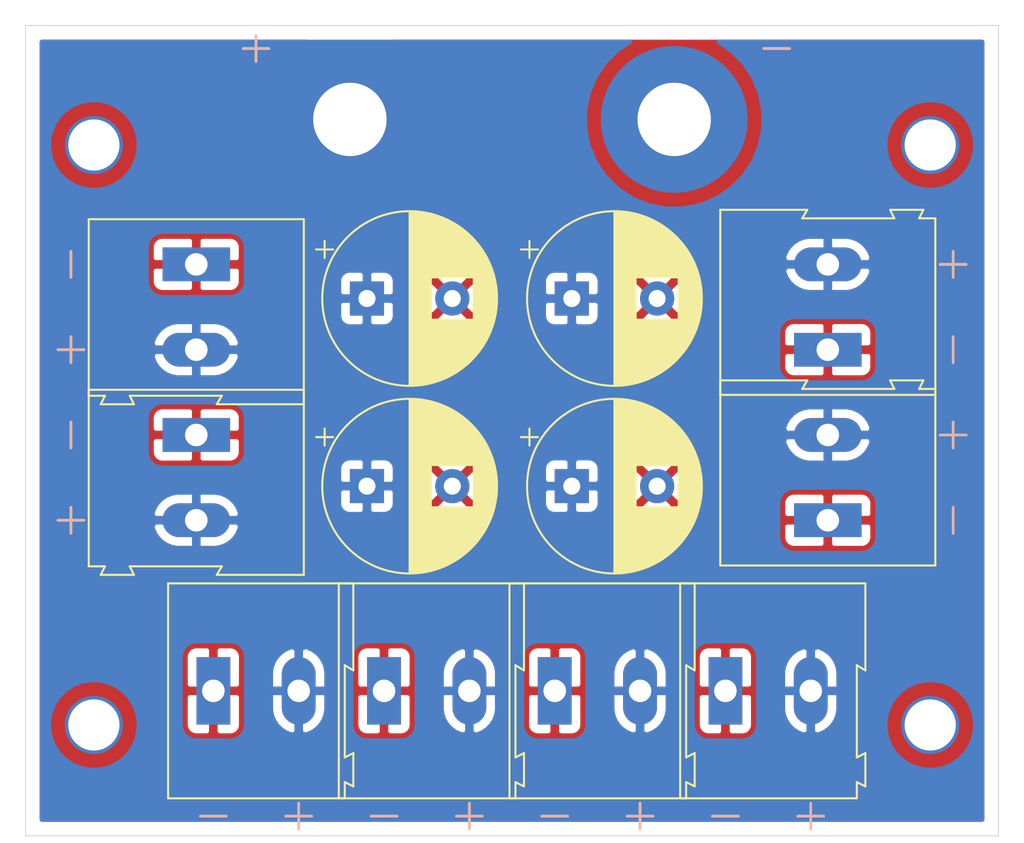
<source format=kicad_pcb>
(kicad_pcb (version 20171130) (host pcbnew 5.1.9-73d0e3b20d~88~ubuntu20.04.1)
  (layers (0 F.Cu signal) (31 B.Cu signal) (34 B.Paste user) (35 F.Paste user) (36 B.SilkS user) (37 F.SilkS user) (38 B.Mask user) (39 F.Mask user) (44 Edge.Cuts user))
  (net 0 "")
  (net 1 +VDC)
  (net 2 GND)
  (module Capacitor_THT:CP_Radial_D10.0mm_P5.00mm (layer F.Cu) (at 136 80)
    (fp_text reference C104 hide)
    (fp_text value CP hide)
    (pad 2 thru_hole circle (at 5 0) (size 2 2) (drill 1) (layers *.Cu *.Mask) (net 2 GND))
    (pad 1 thru_hole rect (at 0 0) (size 2 2) (drill 1) (layers *.Cu *.Mask) (net 1 +VDC))
  )
  (module Capacitor_THT:CP_Radial_D10.0mm_P5.00mm (layer F.Cu) (at 124 69)
    (fp_text reference C103 hide)
    (fp_text value CP hide)
    (pad 2 thru_hole circle (at 5 0) (size 2 2) (drill 1) (layers *.Cu *.Mask) (net 2 GND))
    (pad 1 thru_hole rect (at 0 0) (size 2 2) (drill 1) (layers *.Cu *.Mask) (net 1 +VDC))
  )
  (module Capacitor_THT:CP_Radial_D10.0mm_P5.00mm (layer F.Cu) (at 124 80)
    (fp_text reference C102 hide)
    (fp_text value CP hide)
    (pad 2 thru_hole circle (at 5 0) (size 2 2) (drill 1) (layers *.Cu *.Mask) (net 2 GND))
    (pad 1 thru_hole rect (at 0 0) (size 2 2) (drill 1) (layers *.Cu *.Mask) (net 1 +VDC))
  )
  (module Capacitor_THT:CP_Radial_D10.0mm_P5.00mm (layer F.Cu) (at 136 69)
    (fp_text reference C101 hide)
    (fp_text value CP hide)
    (pad 2 thru_hole circle (at 5 0) (size 2 2) (drill 1) (layers *.Cu *.Mask) (net 2 GND))
    (pad 1 thru_hole rect (at 0 0) (size 2 2) (drill 1) (layers *.Cu *.Mask) (net 1 +VDC))
  )
  (module TerminalBlock:TerminalBlock_Altech_AK300-2_P5.00mm (layer F.Cu) (at 151 82 90)
    (fp_text reference J108 hide)
    (fp_text value Screw_Terminal_01x02 hide)
    (pad 2 thru_hole oval (at 5 0 90) (size 1.98 3.96) (drill 1.32) (layers *.Cu *.Mask) (net 1 +VDC))
    (pad 1 thru_hole rect (at 0 0 90) (size 1.98 3.96) (drill 1.32) (layers *.Cu *.Mask) (net 2 GND))
  )
  (module TerminalBlock:TerminalBlock_Altech_AK300-2_P5.00mm (layer F.Cu) (at 125 92)
    (fp_text reference J107 hide)
    (fp_text value Screw_Terminal_01x02 hide)
    (pad 2 thru_hole oval (at 5 0) (size 1.98 3.96) (drill 1.32) (layers *.Cu *.Mask) (net 1 +VDC))
    (pad 1 thru_hole rect (at 0 0) (size 1.98 3.96) (drill 1.32) (layers *.Cu *.Mask) (net 2 GND))
  )
  (module TerminalBlock:TerminalBlock_Altech_AK300-2_P5.00mm (layer F.Cu) (at 114 77 270)
    (fp_text reference J106 hide)
    (fp_text value Screw_Terminal_01x02 hide)
    (pad 2 thru_hole oval (at 5 0 270) (size 1.98 3.96) (drill 1.32) (layers *.Cu *.Mask) (net 1 +VDC))
    (pad 1 thru_hole rect (at 0 0 270) (size 1.98 3.96) (drill 1.32) (layers *.Cu *.Mask) (net 2 GND))
  )
  (module TerminalBlock:TerminalBlock_Altech_AK300-2_P5.00mm (layer F.Cu) (at 135 92)
    (fp_text reference J105 hide)
    (fp_text value Screw_Terminal_01x02 hide)
    (pad 2 thru_hole oval (at 5 0) (size 1.98 3.96) (drill 1.32) (layers *.Cu *.Mask) (net 1 +VDC))
    (pad 1 thru_hole rect (at 0 0) (size 1.98 3.96) (drill 1.32) (layers *.Cu *.Mask) (net 2 GND))
  )
  (module TerminalBlock:TerminalBlock_Altech_AK300-2_P5.00mm (layer F.Cu) (at 114 67 270)
    (fp_text reference J104 hide)
    (fp_text value Screw_Terminal_01x02 hide)
    (pad 2 thru_hole oval (at 5 0 270) (size 1.98 3.96) (drill 1.32) (layers *.Cu *.Mask) (net 1 +VDC))
    (pad 1 thru_hole rect (at 0 0 270) (size 1.98 3.96) (drill 1.32) (layers *.Cu *.Mask) (net 2 GND))
  )
  (module TerminalBlock:TerminalBlock_Altech_AK300-2_P5.00mm (layer F.Cu) (at 145 92)
    (fp_text reference J103 hide)
    (fp_text value Screw_Terminal_01x02 hide)
    (pad 2 thru_hole oval (at 5 0) (size 1.98 3.96) (drill 1.32) (layers *.Cu *.Mask) (net 1 +VDC))
    (pad 1 thru_hole rect (at 0 0) (size 1.98 3.96) (drill 1.32) (layers *.Cu *.Mask) (net 2 GND))
  )
  (module TerminalBlock:TerminalBlock_Altech_AK300-2_P5.00mm (layer F.Cu) (at 151 72 90)
    (fp_text reference J102 hide)
    (fp_text value Screw_Terminal_01x02 hide)
    (pad 2 thru_hole oval (at 5 0 90) (size 1.98 3.96) (drill 1.32) (layers *.Cu *.Mask) (net 1 +VDC))
    (pad 1 thru_hole rect (at 0 0 90) (size 1.98 3.96) (drill 1.32) (layers *.Cu *.Mask) (net 2 GND))
  )
  (module TerminalBlock:TerminalBlock_Altech_AK300-2_P5.00mm (layer F.Cu) (at 115 92)
    (fp_text reference J101 hide)
    (fp_text value Screw_Terminal_01x02 hide)
    (pad 2 thru_hole oval (at 5 0) (size 1.98 3.96) (drill 1.32) (layers *.Cu *.Mask) (net 1 +VDC))
    (pad 1 thru_hole rect (at 0 0) (size 1.98 3.96) (drill 1.32) (layers *.Cu *.Mask) (net 2 GND))
  )
  (module MountingHole:MountingHole_4.3mm_M4_Pad_TopBottom (layer F.Cu) (at 123 58.5)
    (fp_text reference H106 hide)
    (fp_text value MountingHole_Pad hide)
    (pad 1 connect circle (at 0 0) (size 8.6 8.6) (layers B.Cu B.Mask) (net 1 +VDC))
    (pad 1 connect circle (at 0 0) (size 8.6 8.6) (layers F.Cu F.Mask) (net 1 +VDC))
    (pad 1 thru_hole circle (at 0 0) (size 4.7 4.7) (drill 4.3) (layers *.Cu *.Mask) (net 1 +VDC))
  )
  (module MountingHole:MountingHole_4.3mm_M4_Pad_TopBottom (layer F.Cu) (at 142 58.5)
    (fp_text reference H105 hide)
    (fp_text value MountingHole_Pad hide)
    (pad 1 connect circle (at 0 0) (size 8.6 8.6) (layers B.Cu B.Mask) (net 2 GND))
    (pad 1 connect circle (at 0 0) (size 8.6 8.6) (layers F.Cu F.Mask) (net 2 GND))
    (pad 1 thru_hole circle (at 0 0) (size 4.7 4.7) (drill 4.3) (layers *.Cu *.Mask) (net 2 GND))
  )
  (module MountingHole:MountingHole_3mm_Pad_TopOnly (layer F.Cu) (at 157 94)
    (fp_text reference H104 hide)
    (fp_text value MountingHole_Pad hide)
    (pad 1 connect circle (at 0 0) (size 6 6) (layers F.Cu F.Mask) (net 2 GND))
    (pad 1 thru_hole circle (at 0 0) (size 3.4 3.4) (drill 3) (layers *.Cu *.Mask) (net 2 GND))
  )
  (module MountingHole:MountingHole_3mm_Pad_TopOnly (layer F.Cu) (at 108 94)
    (fp_text reference H102 hide)
    (fp_text value MountingHole_Pad hide)
    (pad 1 connect circle (at 0 0) (size 6 6) (layers F.Cu F.Mask) (net 2 GND))
    (pad 1 thru_hole circle (at 0 0) (size 3.4 3.4) (drill 3) (layers *.Cu *.Mask) (net 2 GND))
  )
  (module MountingHole:MountingHole_3mm_Pad_TopOnly (layer F.Cu) (at 157 60)
    (fp_text reference H103 hide)
    (fp_text value MountingHole_Pad hide)
    (pad 1 connect circle (at 0 0) (size 6 6) (layers F.Cu F.Mask) (net 2 GND))
    (pad 1 thru_hole circle (at 0 0) (size 3.4 3.4) (drill 3) (layers *.Cu *.Mask) (net 2 GND))
  )
  (module MountingHole:MountingHole_3mm_Pad_TopOnly (layer F.Cu) (at 108 60)
    (fp_text reference H101 hide)
    (fp_text value MountingHole_Pad hide)
    (pad 1 connect circle (at 0 0) (size 6 6) (layers F.Cu F.Mask) (net 2 GND))
    (pad 1 thru_hole circle (at 0 0) (size 3.4 3.4) (drill 3) (layers *.Cu *.Mask) (net 2 GND))
  )
  (gr_text + (at 117.5 54.5 180) (layer B.SilkS) (effects (font (size 2 2))))
  (gr_text + (at 117.5 54.5 180) (layer F.SilkS) (effects (font (size 2 2))))
  (gr_text - (at 148 54.5 180) (layer B.SilkS) (effects (font (size 2 2))))
  (gr_text - (at 148 54.5 180) (layer F.SilkS) (effects (font (size 2 2))))
  (gr_text + (at 106.5 72 90) (layer B.SilkS) (effects (font (size 2 2))))
  (gr_text + (at 106.5 72 90) (layer F.SilkS) (effects (font (size 2 2))))
  (gr_text - (at 106.5 67 90) (layer B.SilkS) (effects (font (size 2 2))))
  (gr_text - (at 106.5 67 90) (layer F.SilkS) (effects (font (size 2 2))))
  (gr_text + (at 106.5 82 90) (layer B.SilkS) (effects (font (size 2 2))))
  (gr_text + (at 106.5 82 90) (layer F.SilkS) (effects (font (size 2 2))))
  (gr_text - (at 106.5 77 90) (layer B.SilkS) (effects (font (size 2 2))))
  (gr_text - (at 106.5 77 90) (layer F.SilkS) (effects (font (size 2 2))))
  (gr_text + (at 158.5 67 270) (layer B.SilkS) (effects (font (size 2 2))))
  (gr_text + (at 158.5 67 270) (layer F.SilkS) (effects (font (size 2 2))))
  (gr_text - (at 158.5 72 270) (layer B.SilkS) (effects (font (size 2 2))))
  (gr_text - (at 158.5 72 270) (layer F.SilkS) (effects (font (size 2 2))))
  (gr_text + (at 158.5 77 270) (layer B.SilkS) (effects (font (size 2 2))))
  (gr_text + (at 158.5 77 270) (layer F.SilkS) (effects (font (size 2 2))))
  (gr_text - (at 158.5 82 270) (layer B.SilkS) (effects (font (size 2 2))))
  (gr_text - (at 158.5 82 270) (layer F.SilkS) (effects (font (size 2 2))))
  (gr_text + (at 120 99.5 180) (layer B.SilkS) (effects (font (size 2 2))))
  (gr_text + (at 120 99.5 180) (layer F.SilkS) (effects (font (size 2 2))))
  (gr_text - (at 115 99.5 180) (layer B.SilkS) (effects (font (size 2 2))))
  (gr_text - (at 115 99.5 180) (layer F.SilkS) (effects (font (size 2 2))))
  (gr_text + (at 150 99.5 180) (layer B.SilkS) (effects (font (size 2 2))))
  (gr_text + (at 150 99.5 180) (layer F.SilkS) (effects (font (size 2 2))))
  (gr_text - (at 145 99.5 180) (layer B.SilkS) (effects (font (size 2 2))))
  (gr_text - (at 145 99.5 180) (layer F.SilkS) (effects (font (size 2 2))))
  (gr_text + (at 140 99.5 180) (layer B.SilkS) (effects (font (size 2 2))))
  (gr_text + (at 140 99.5 180) (layer F.SilkS) (effects (font (size 2 2))))
  (gr_text - (at 135 99.5 180) (layer B.SilkS) (effects (font (size 2 2))))
  (gr_text - (at 135 99.5 180) (layer F.SilkS) (effects (font (size 2 2))))
  (gr_line (start 161 53) (end 104 53) (layer Edge.Cuts) (width 0.05))
  (gr_line (start 161 100.5) (end 161 53) (layer Edge.Cuts) (width 0.05))
  (gr_line (start 104 100.5) (end 161 100.5) (layer Edge.Cuts) (width 0.05))
  (gr_line (start 104 53) (end 104 100.5) (layer Edge.Cuts) (width 0.05))
  (gr_text - (at 125 99.5 180) (layer F.SilkS) (effects (font (size 2 2))))
  (gr_text - (at 125 99.5 180) (layer B.SilkS) (effects (font (size 2 2))))
  (gr_text + (at 130 99.5 180) (layer F.SilkS) (effects (font (size 2 2))))
  (gr_text + (at 130 99.5 180) (layer B.SilkS) (effects (font (size 2 2))))
  (zone (net 2) (net_name GND) (layer F.Cu) (connect_pads thru_hole_only (clearance 0.8)) (min_thickness 0.254) (fill yes (arc_segments 32) (thermal_gap 0.508) (thermal_bridge_width 0.508))
    (polygon (pts (xy 162.5 100.5) (xy 102.5 100.5) (xy 102.5 51.5) (xy 162.5 51.5)))
  )
  (zone (net 1) (net_name +VDC) (layer B.Cu) (connect_pads thru_hole_only (clearance 0.8)) (min_thickness 0.254) (fill yes (arc_segments 32) (thermal_gap 0.508) (thermal_bridge_width 0.508))
    (polygon (pts (xy 162.5 100.5) (xy 102.5 100.5) (xy 102.5 51.5) (xy 162.5 51.5)))
  )
)
</source>
